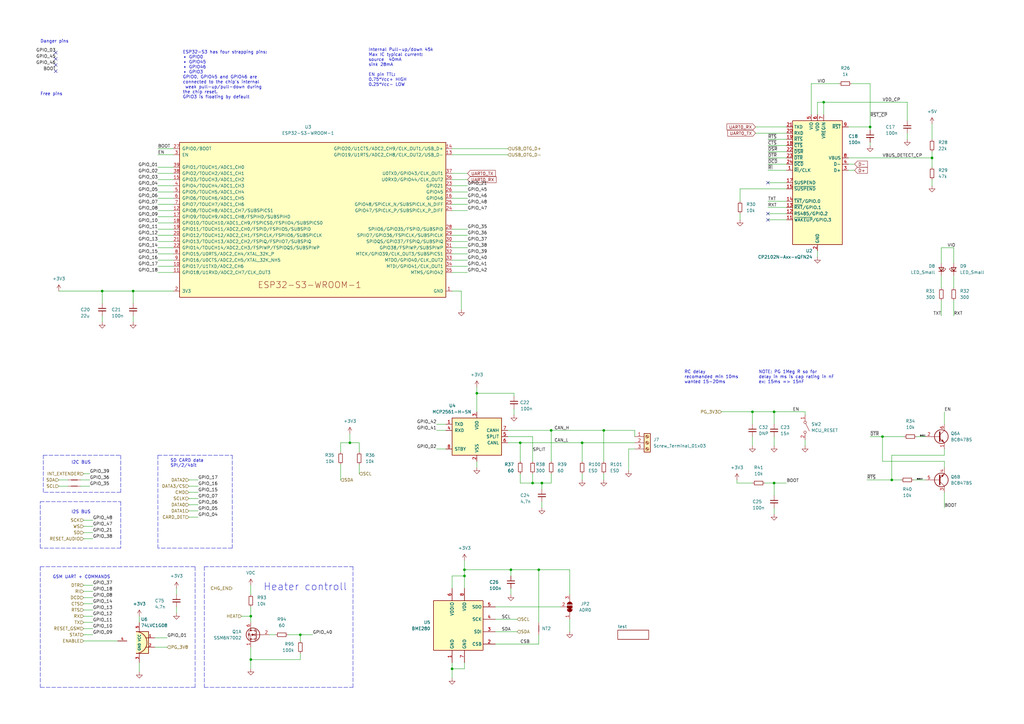
<source format=kicad_sch>
(kicad_sch (version 20211123) (generator eeschema)
  (paper "A3")
  (junction (at 317.5 168.91))
  (junction (at 218.44 198.12))
  (junction (at 54.61 119.38))
  (junction (at 365.76 196.85))
  (junction (at 102.87 270.51))
  (junction (at 356.87 52.07))
  (junction (at 190.5 236.22))
  (junction (at 308.61 168.91))
  (junction (at 361.95 179.07))
  (junction (at 143.51 181.61))
  (junction (at 195.58 161.29))
  (junction (at 317.5 198.12))
  (junction (at 238.76 181.61))
  (junction (at 220.98 233.68))
  (junction (at 213.36 181.61))
  (junction (at 190.5 233.68))
  (junction (at 209.55 233.68))
  (junction (at 185.42 274.32))
  (junction (at 226.06 176.53))
  (junction (at 382.27 64.77))
  (junction (at 123.19 260.35))
  (junction (at 247.65 176.53))
  (junction (at 337.82 41.91))
  (junction (at 222.25 198.12))
  (junction (at 102.87 252.73))
  (junction (at 41.91 119.38))
  (no_connect (at 22.86 29.21))
  (no_connect (at 22.86 26.67))
  (no_connect (at 22.86 24.13))
  (no_connect (at 314.96 90.17))
  (no_connect (at 314.96 87.63))
  (no_connect (at 314.96 74.93))
  (no_connect (at 22.86 21.59))
  (wire (pts (xy 226.06 176.53) (xy 247.65 176.53)))
  (wire (pts (xy 34.29 240.03) (xy 38.1 240.03)))
  (wire (pts (xy 220.98 255.27) (xy 220.98 233.68)))
  (wire (pts (xy 185.42 101.6) (xy 191.77 101.6)))
  (wire (pts (xy 185.42 71.12) (xy 191.77 71.12)))
  (wire (pts (xy 34.29 242.57) (xy 38.1 242.57)))
  (wire (pts (xy 308.61 173.99) (xy 308.61 168.91)))
  (wire (pts (xy 222.25 205.74) (xy 222.25 208.28)))
  (wire (pts (xy 335.28 102.87) (xy 335.28 105.41)))
  (wire (pts (xy 382.27 50.8) (xy 382.27 57.15)))
  (wire (pts (xy 218.44 179.07) (xy 208.28 179.07)))
  (polyline (pts (xy 144.78 281.94) (xy 144.78 232.41)))
  (wire (pts (xy 372.11 41.91) (xy 337.82 41.91)))
  (wire (pts (xy 386.08 107.95) (xy 386.08 101.6)))
  (wire (pts (xy 185.42 119.38) (xy 189.23 119.38)))
  (wire (pts (xy 247.65 176.53) (xy 260.35 176.53)))
  (wire (pts (xy 147.32 190.5) (xy 147.32 194.31)))
  (wire (pts (xy 213.36 181.61) (xy 213.36 189.23)))
  (wire (pts (xy 233.68 233.68) (xy 233.68 243.84)))
  (wire (pts (xy 387.35 186.69) (xy 365.76 186.69)))
  (wire (pts (xy 102.87 265.43) (xy 102.87 270.51)))
  (wire (pts (xy 123.19 260.35) (xy 118.11 260.35)))
  (wire (pts (xy 64.77 81.28) (xy 71.12 81.28)))
  (wire (pts (xy 64.77 106.68) (xy 71.12 106.68)))
  (wire (pts (xy 387.35 208.28) (xy 387.35 201.93)))
  (wire (pts (xy 356.87 58.42) (xy 356.87 59.69)))
  (wire (pts (xy 347.98 69.85) (xy 350.52 69.85)))
  (wire (pts (xy 365.76 186.69) (xy 365.76 196.85)))
  (wire (pts (xy 218.44 194.31) (xy 218.44 198.12)))
  (wire (pts (xy 361.95 179.07) (xy 370.84 179.07)))
  (wire (pts (xy 218.44 198.12) (xy 222.25 198.12)))
  (wire (pts (xy 77.47 207.01) (xy 81.28 207.01)))
  (polyline (pts (xy 16.51 232.41) (xy 16.51 281.94)))
  (wire (pts (xy 247.65 176.53) (xy 247.65 189.23)))
  (wire (pts (xy 220.98 233.68) (xy 233.68 233.68)))
  (wire (pts (xy 314.96 74.93) (xy 322.58 74.93)))
  (wire (pts (xy 64.77 93.98) (xy 71.12 93.98)))
  (wire (pts (xy 139.7 190.5) (xy 139.7 196.85)))
  (wire (pts (xy 64.77 99.06) (xy 71.12 99.06)))
  (wire (pts (xy 179.07 176.53) (xy 182.88 176.53)))
  (wire (pts (xy 233.68 254) (xy 233.68 259.08)))
  (wire (pts (xy 208.28 181.61) (xy 213.36 181.61)))
  (polyline (pts (xy 16.51 205.74) (xy 49.53 205.74)))
  (wire (pts (xy 77.47 199.39) (xy 81.28 199.39)))
  (wire (pts (xy 322.58 52.07) (xy 309.88 52.07)))
  (wire (pts (xy 113.03 260.35) (xy 110.49 260.35)))
  (wire (pts (xy 185.42 274.32) (xy 185.42 278.13)))
  (wire (pts (xy 64.77 91.44) (xy 71.12 91.44)))
  (wire (pts (xy 238.76 181.61) (xy 260.35 181.61)))
  (wire (pts (xy 303.53 77.47) (xy 322.58 77.47)))
  (polyline (pts (xy 17.78 201.93) (xy 17.78 186.69)))
  (wire (pts (xy 391.16 123.19) (xy 391.16 129.54)))
  (wire (pts (xy 332.74 46.99) (xy 332.74 34.29)))
  (wire (pts (xy 34.29 218.44) (xy 38.1 218.44)))
  (wire (pts (xy 41.91 129.54) (xy 41.91 132.08)))
  (wire (pts (xy 210.82 167.64) (xy 210.82 170.18)))
  (wire (pts (xy 210.82 162.56) (xy 210.82 161.29)))
  (wire (pts (xy 314.96 62.23) (xy 322.58 62.23)))
  (wire (pts (xy 128.27 260.35) (xy 123.19 260.35)))
  (wire (pts (xy 147.32 181.61) (xy 143.51 181.61)))
  (polyline (pts (xy 49.53 205.74) (xy 49.53 224.79)))
  (wire (pts (xy 63.5 265.43) (xy 68.58 265.43)))
  (polyline (pts (xy 83.82 232.41) (xy 83.82 281.94)))
  (polyline (pts (xy 49.53 201.93) (xy 17.78 201.93)))
  (wire (pts (xy 391.16 113.03) (xy 391.16 118.11)))
  (wire (pts (xy 220.98 264.16) (xy 220.98 260.35)))
  (wire (pts (xy 222.25 200.66) (xy 222.25 198.12)))
  (wire (pts (xy 226.06 176.53) (xy 226.06 189.23)))
  (wire (pts (xy 190.5 233.68) (xy 209.55 233.68)))
  (wire (pts (xy 185.42 93.98) (xy 191.77 93.98)))
  (polyline (pts (xy 80.01 232.41) (xy 80.01 281.94)))
  (wire (pts (xy 64.77 63.5) (xy 71.12 63.5)))
  (wire (pts (xy 213.36 198.12) (xy 218.44 198.12)))
  (wire (pts (xy 195.58 189.23) (xy 195.58 191.77)))
  (wire (pts (xy 27.94 196.85) (xy 24.13 196.85)))
  (wire (pts (xy 185.42 99.06) (xy 191.77 99.06)))
  (wire (pts (xy 64.77 73.66) (xy 71.12 73.66)))
  (wire (pts (xy 64.77 101.6) (xy 71.12 101.6)))
  (wire (pts (xy 34.29 252.73) (xy 38.1 252.73)))
  (wire (pts (xy 386.08 101.6) (xy 391.16 101.6)))
  (wire (pts (xy 386.08 123.19) (xy 386.08 129.54)))
  (wire (pts (xy 179.07 184.15) (xy 182.88 184.15)))
  (wire (pts (xy 317.5 173.99) (xy 317.5 168.91)))
  (wire (pts (xy 185.42 104.14) (xy 191.77 104.14)))
  (wire (pts (xy 317.5 203.2) (xy 317.5 198.12)))
  (wire (pts (xy 387.35 186.69) (xy 387.35 184.15)))
  (wire (pts (xy 143.51 177.8) (xy 143.51 181.61)))
  (wire (pts (xy 195.58 161.29) (xy 195.58 168.91)))
  (wire (pts (xy 185.42 81.28) (xy 191.77 81.28)))
  (wire (pts (xy 356.87 52.07) (xy 356.87 53.34)))
  (wire (pts (xy 64.77 96.52) (xy 71.12 96.52)))
  (wire (pts (xy 308.61 168.91) (xy 317.5 168.91)))
  (wire (pts (xy 355.6 196.85) (xy 365.76 196.85)))
  (wire (pts (xy 303.53 77.47) (xy 303.53 82.55)))
  (wire (pts (xy 185.42 76.2) (xy 191.77 76.2)))
  (wire (pts (xy 147.32 181.61) (xy 147.32 185.42)))
  (wire (pts (xy 185.42 274.32) (xy 190.5 274.32)))
  (wire (pts (xy 24.13 119.38) (xy 41.91 119.38)))
  (wire (pts (xy 34.29 247.65) (xy 38.1 247.65)))
  (wire (pts (xy 203.2 248.92) (xy 229.87 248.92)))
  (wire (pts (xy 185.42 236.22) (xy 185.42 241.3)))
  (wire (pts (xy 64.77 86.36) (xy 71.12 86.36)))
  (wire (pts (xy 185.42 73.66) (xy 191.77 73.66)))
  (wire (pts (xy 143.51 181.61) (xy 139.7 181.61)))
  (wire (pts (xy 203.2 264.16) (xy 220.98 264.16)))
  (wire (pts (xy 203.2 259.08) (xy 212.09 259.08)))
  (wire (pts (xy 314.96 90.17) (xy 322.58 90.17)))
  (wire (pts (xy 64.77 109.22) (xy 71.12 109.22)))
  (wire (pts (xy 179.07 173.99) (xy 182.88 173.99)))
  (wire (pts (xy 365.76 196.85) (xy 369.57 196.85)))
  (wire (pts (xy 226.06 198.12) (xy 226.06 194.31)))
  (wire (pts (xy 372.11 41.91) (xy 372.11 49.53)))
  (wire (pts (xy 375.92 179.07) (xy 379.73 179.07)))
  (wire (pts (xy 335.28 41.91) (xy 335.28 46.99)))
  (wire (pts (xy 64.77 104.14) (xy 71.12 104.14)))
  (wire (pts (xy 123.19 267.97) (xy 123.19 270.51)))
  (polyline (pts (xy 64.77 186.69) (xy 95.25 186.69)))
  (wire (pts (xy 208.28 176.53) (xy 226.06 176.53)))
  (wire (pts (xy 238.76 181.61) (xy 238.76 189.23)))
  (wire (pts (xy 185.42 111.76) (xy 191.77 111.76)))
  (wire (pts (xy 382.27 64.77) (xy 382.27 68.58)))
  (wire (pts (xy 374.65 196.85) (xy 379.73 196.85)))
  (wire (pts (xy 314.96 59.69) (xy 322.58 59.69)))
  (polyline (pts (xy 17.78 186.69) (xy 49.53 186.69)))
  (polyline (pts (xy 49.53 224.79) (xy 16.51 224.79)))
  (wire (pts (xy 41.91 119.38) (xy 54.61 119.38)))
  (polyline (pts (xy 16.51 224.79) (xy 16.51 205.74)))
  (wire (pts (xy 356.87 34.29) (xy 356.87 52.07)))
  (wire (pts (xy 330.2 168.91) (xy 330.2 170.18)))
  (wire (pts (xy 77.47 209.55) (xy 81.28 209.55)))
  (wire (pts (xy 77.47 204.47) (xy 81.28 204.47)))
  (wire (pts (xy 317.5 198.12) (xy 313.69 198.12)))
  (wire (pts (xy 77.47 201.93) (xy 81.28 201.93)))
  (wire (pts (xy 387.35 173.99) (xy 387.35 168.91)))
  (wire (pts (xy 77.47 212.09) (xy 81.28 212.09)))
  (wire (pts (xy 185.42 109.22) (xy 191.77 109.22)))
  (wire (pts (xy 34.29 213.36) (xy 38.1 213.36)))
  (wire (pts (xy 41.91 124.46) (xy 41.91 119.38)))
  (wire (pts (xy 34.29 215.9) (xy 38.1 215.9)))
  (wire (pts (xy 57.15 271.78) (xy 57.15 275.59)))
  (wire (pts (xy 314.96 69.85) (xy 322.58 69.85)))
  (wire (pts (xy 382.27 73.66) (xy 382.27 76.2)))
  (wire (pts (xy 64.77 78.74) (xy 71.12 78.74)))
  (wire (pts (xy 185.42 63.5) (xy 208.28 63.5)))
  (wire (pts (xy 190.5 236.22) (xy 190.5 241.3)))
  (wire (pts (xy 63.5 261.62) (xy 68.58 261.62)))
  (wire (pts (xy 314.96 87.63) (xy 322.58 87.63)))
  (wire (pts (xy 54.61 119.38) (xy 71.12 119.38)))
  (wire (pts (xy 356.87 52.07) (xy 347.98 52.07)))
  (wire (pts (xy 36.83 196.85) (xy 33.02 196.85)))
  (wire (pts (xy 347.98 64.77) (xy 382.27 64.77)))
  (wire (pts (xy 332.74 34.29) (xy 344.17 34.29)))
  (wire (pts (xy 257.81 184.15) (xy 257.81 193.04)))
  (wire (pts (xy 203.2 254) (xy 212.09 254)))
  (wire (pts (xy 218.44 189.23) (xy 218.44 179.07)))
  (wire (pts (xy 260.35 176.53) (xy 260.35 179.07)))
  (wire (pts (xy 303.53 87.63) (xy 303.53 90.17)))
  (wire (pts (xy 185.42 271.78) (xy 185.42 274.32)))
  (wire (pts (xy 185.42 106.68) (xy 191.77 106.68)))
  (wire (pts (xy 185.42 86.36) (xy 191.77 86.36)))
  (wire (pts (xy 185.42 60.96) (xy 208.28 60.96)))
  (wire (pts (xy 361.95 179.07) (xy 361.95 189.23)))
  (wire (pts (xy 302.26 196.85) (xy 302.26 198.12)))
  (wire (pts (xy 361.95 189.23) (xy 387.35 189.23)))
  (wire (pts (xy 238.76 194.31) (xy 238.76 196.85)))
  (wire (pts (xy 190.5 233.68) (xy 190.5 236.22)))
  (wire (pts (xy 77.47 196.85) (xy 81.28 196.85)))
  (wire (pts (xy 190.5 229.87) (xy 190.5 233.68)))
  (wire (pts (xy 34.29 255.27) (xy 38.1 255.27)))
  (wire (pts (xy 209.55 233.68) (xy 209.55 236.22)))
  (wire (pts (xy 257.81 184.15) (xy 260.35 184.15)))
  (wire (pts (xy 386.08 113.03) (xy 386.08 118.11)))
  (wire (pts (xy 54.61 124.46) (xy 54.61 119.38)))
  (wire (pts (xy 314.96 64.77) (xy 322.58 64.77)))
  (wire (pts (xy 322.58 54.61) (xy 309.88 54.61)))
  (wire (pts (xy 123.19 270.51) (xy 102.87 270.51)))
  (wire (pts (xy 102.87 252.73) (xy 102.87 255.27)))
  (wire (pts (xy 64.77 88.9) (xy 71.12 88.9)))
  (wire (pts (xy 372.11 54.61) (xy 372.11 57.15)))
  (polyline (pts (xy 83.82 232.41) (xy 144.78 232.41)))
  (polyline (pts (xy 95.25 224.79) (xy 64.77 224.79)))
  (wire (pts (xy 34.29 257.81) (xy 38.1 257.81)))
  (wire (pts (xy 222.25 198.12) (xy 226.06 198.12)))
  (wire (pts (xy 64.77 83.82) (xy 71.12 83.82)))
  (wire (pts (xy 72.39 243.84) (xy 72.39 241.3)))
  (wire (pts (xy 337.82 41.91) (xy 335.28 41.91)))
  (polyline (pts (xy 95.25 186.69) (xy 95.25 224.79)))
  (wire (pts (xy 322.58 198.12) (xy 317.5 198.12)))
  (wire (pts (xy 34.29 245.11) (xy 38.1 245.11)))
  (wire (pts (xy 54.61 129.54) (xy 54.61 132.08)))
  (wire (pts (xy 337.82 46.99) (xy 337.82 41.91)))
  (wire (pts (xy 347.98 67.31) (xy 350.52 67.31)))
  (wire (pts (xy 64.77 68.58) (xy 71.12 68.58)))
  (wire (pts (xy 27.94 199.39) (xy 24.13 199.39)))
  (wire (pts (xy 102.87 248.92) (xy 102.87 252.73)))
  (wire (pts (xy 247.65 194.31) (xy 247.65 196.85)))
  (wire (pts (xy 185.42 236.22) (xy 190.5 236.22)))
  (wire (pts (xy 64.77 76.2) (xy 71.12 76.2)))
  (wire (pts (xy 209.55 233.68) (xy 220.98 233.68)))
  (wire (pts (xy 295.91 168.91) (xy 308.61 168.91)))
  (wire (pts (xy 64.77 111.76) (xy 71.12 111.76)))
  (wire (pts (xy 322.58 82.55) (xy 314.96 82.55)))
  (wire (pts (xy 209.55 241.3) (xy 209.55 243.84)))
  (wire (pts (xy 185.42 83.82) (xy 191.77 83.82)))
  (wire (pts (xy 36.83 194.31) (xy 34.29 194.31)))
  (wire (pts (xy 317.5 168.91) (xy 330.2 168.91)))
  (wire (pts (xy 185.42 96.52) (xy 191.77 96.52)))
  (wire (pts (xy 190.5 271.78) (xy 190.5 274.32)))
  (wire (pts (xy 213.36 194.31) (xy 213.36 198.12)))
  (wire (pts (xy 322.58 85.09) (xy 314.96 85.09)))
  (wire (pts (xy 210.82 161.29) (xy 195.58 161.29)))
  (polyline (pts (xy 16.51 232.41) (xy 80.01 232.41)))
  (wire (pts (xy 34.29 260.35) (xy 38.1 260.35)))
  (wire (pts (xy 314.96 57.15) (xy 322.58 57.15)))
  (wire (pts (xy 308.61 179.07) (xy 308.61 182.88)))
  (wire (pts (xy 185.42 78.74) (xy 191.77 78.74)))
  (wire (pts (xy 102.87 240.03) (xy 102.87 243.84)))
  (wire (pts (xy 314.96 67.31) (xy 322.58 67.31)))
  (wire (pts (xy 34.29 220.98) (xy 38.1 220.98)))
  (wire (pts (xy 72.39 248.92) (xy 72.39 251.46)))
  (polyline (pts (xy 80.01 281.94) (xy 16.51 281.94)))
  (wire (pts (xy 391.16 101.6) (xy 391.16 107.95)))
  (wire (pts (xy 189.23 119.38) (xy 189.23 127)))
  (wire (pts (xy 64.77 71.12) (xy 71.12 71.12)))
  (wire (pts (xy 34.29 250.19) (xy 38.1 250.19)))
  (wire (pts (xy 57.15 252.73) (xy 57.15 255.27)))
  (polyline (pts (xy 64.77 186.69) (xy 64.77 224.79)))
  (wire (pts (xy 349.25 34.29) (xy 356.87 34.29)))
  (polyline (pts (xy 83.82 281.94) (xy 144.78 281.94)))
  (polyline (pts (xy 49.53 186.69) (xy 49.53 201.93)))
  (wire (pts (xy 356.87 179.07) (xy 361.95 179.07)))
  (wire (pts (xy 64.77 60.96) (xy 71.12 60.96)))
  (wire (pts (xy 99.06 252.73) (xy 102.87 252.73)))
  (wire (pts (xy 139.7 181.61) (xy 139.7 185.42)))
  (wire (pts (xy 330.2 180.34) (xy 330.2 182.88)))
  (wire (pts (xy 34.29 262.89) (xy 48.26 262.89)))
  (wire (pts (xy 317.5 208.28) (xy 317.5 210.82)))
  (wire (pts (xy 195.58 158.75) (xy 195.58 161.29)))
  (wire (pts (xy 302.26 198.12) (xy 308.61 198.12)))
  (wire (pts (xy 317.5 179.07) (xy 317.5 182.88)))
  (wire (pts (xy 382.27 62.23) (xy 382.27 64.77)))
  (wire (pts (xy 387.35 189.23) (xy 387.35 191.77)))
  (wire (pts (xy 213.36 181.61) (xy 238.76 181.61)))
  (wire (pts (xy 102.87 270.51) (xy 102.87 274.32)))
  (wire (pts (xy 123.19 260.35) (xy 123.19 262.89)))
  (wire (pts (xy 36.83 199.39) (xy 33.02 199.39)))
  (text "Free pins" (at 16.51 39.37 0) (effects (font (size 1.27 1.27)) (justify left bottom)))
  (text "GSM UART + COMMANDS" (at 21.59 237.49 0) (effects (font (size 1.27 1.27)) (justify left bottom)))
  (text "Heater controll" (at 107.95 242.57 0) (effects (font (size 3 3)) (justify left bottom)))
  (text "I2S BUS" (at 29.21 210.82 0) (effects (font (size 1.27 1.27)) (justify left bottom)))
  (text "SD CARD data\nSPI/2/4bit" (at 69.85 191.77 0) (effects (font (size 1.27 1.27)) (justify left bottom)))
  (text "NOTE: PG 1Meg R so for\ndelay in ms is cap rating in nF\nex: 15ms => 15nF" (at 311.15 157.48 0) (effects (font (size 1.27 1.27)) (justify left bottom)))
  (text "RC delay\nrecomanded min 10ms\nwanted 15-20ms" (at 280.67 157.48 0) (effects (font (size 1.27 1.27)) (justify left bottom)))
  (text "ESP32-S3 has four strapping pins:\n• GPIO0\n• GPIO45\n• GPIO46\n• GPIO3\nGPIO0, GPIO45 and GPIO46 are\nconnected to the chip's internal\n weak pull-up/pull-down during\nthe chip reset.\nGPIO3 is floating by default" (at 74.93 40.64 0) (effects (font (size 1.27 1.27)) (justify left bottom)))
  (text "I2C BUS" (at 29.21 190.5 0) (effects (font (size 1.27 1.27)) (justify left bottom)))
  (text "Internal Pull-up/down 45k\nMax IC typical current:\nsource  40mA\nsink 28mA\n\nEN pin TTL:\n0.75*Vcc+ HIGH\n0.25*Vcc- LOW" (at 151.13 35.56 0) (effects (font (size 1.27 1.27)) (justify left bottom)))
  (text "Danger pins" (at 16.51 17.78 0) (effects (font (size 1.27 1.27)) (justify left bottom)))
  (label "GPIO_09" (at 38.1 260.35 0))
  (label "GPIO_07" (at 64.77 83.82 180))
  (label "GPIO_13" (at 38.1 250.19 0))
  (label "GPIO_39" (at 36.83 194.31 0))
  (label "GPIO_36" (at 191.77 96.52 0))
  (label "GPIO_06" (at 64.77 81.28 180))
  (label "GPIO_14" (at 38.1 247.65 0))
  (label "CAN_H" (at 227.33 176.53 0))
  (label "~{CTS}" (at 314.96 59.69 0))
  (label "BOOT" (at 64.77 60.96 0))
  (label "GPIO_41" (at 179.07 176.53 180))
  (label "~{DSR}" (at 314.96 62.23 0))
  (label "GPIO_01" (at 64.77 68.58 180))
  (label "SCL" (at 205.74 254 0))
  (label "VDD_CP" (at 361.95 41.91 0))
  (label "GPIO_15" (at 81.28 201.93 0))
  (label "~{DCD}" (at 314.96 67.31 0))
  (label "GPIO_39" (at 191.77 104.14 0))
  (label "~{RTS}" (at 355.6 196.85 0))
  (label "GPIO_35" (at 36.83 199.39 0))
  (label "GPIO_37" (at 38.1 240.03 0))
  (label "GPIO_37" (at 191.77 99.06 0))
  (label "~{DTR}" (at 314.96 64.77 0))
  (label "GPIO_03" (at 64.77 73.66 180))
  (label "GPIO_16" (at 64.77 106.68 180))
  (label "BASE2" (at 375.92 196.85 0) (effects (font (size 0.5 0.5))))
  (label "GPIO_04" (at 64.77 76.2 180))
  (label "GPIO_47" (at 38.1 215.9 0))
  (label "RXT" (at 314.96 85.09 0))
  (label "~{RTS}" (at 314.96 57.15 0))
  (label "GPIO_38" (at 191.77 101.6 0))
  (label "GPIO_06" (at 81.28 207.01 0))
  (label "~{RI}" (at 314.96 69.85 0))
  (label "GPIO_38" (at 38.1 220.98 0))
  (label "GPIO_48" (at 38.1 213.36 0))
  (label "GPIO_21" (at 191.77 76.2 0))
  (label "GPIO_09" (at 64.77 88.9 180))
  (label "TXT" (at 386.08 129.54 180))
  (label "GPIO_04" (at 81.28 212.09 0))
  (label "GPIO_11" (at 64.77 93.98 180))
  (label "GPIO_05" (at 81.28 209.55 0))
  (label "GPIO_12" (at 38.1 252.73 0))
  (label "GPIO_46" (at 191.77 81.28 0))
  (label "GPIO_42" (at 191.77 111.76 0))
  (label "GPIO_45" (at 191.77 78.74 0))
  (label "GPIO_05" (at 64.77 78.74 180))
  (label "GPIO_41" (at 191.77 109.22 0))
  (label "GPIO_14" (at 64.77 101.6 180))
  (label "GPIO_10" (at 38.1 257.81 0))
  (label "EN" (at 325.12 168.91 0))
  (label "GPIO_12" (at 64.77 96.52 180))
  (label "GPIO_13" (at 64.77 99.06 180))
  (label "~{RST_CP}" (at 356.87 48.26 0))
  (label "GPIO_07" (at 81.28 204.47 0))
  (label "EN" (at 64.77 63.5 0))
  (label "GPIO_17" (at 81.28 196.85 0))
  (label "GPIO_35" (at 191.77 93.98 0))
  (label "GPIO_18" (at 64.77 111.76 180))
  (label "GPIO_08" (at 38.1 245.11 0))
  (label "GPIO_40" (at 128.27 260.35 0))
  (label "EN" (at 387.35 168.91 0))
  (label "GPIO_08" (at 64.77 86.36 180))
  (label "BOOT" (at 22.86 29.21 180))
  (label "GPIO_40" (at 191.77 106.68 0))
  (label "GPIO_42" (at 179.07 173.99 180))
  (label "TXT" (at 314.96 82.55 0))
  (label "CAN_L" (at 227.33 181.61 0))
  (label "GPIO_15" (at 64.77 104.14 180))
  (label "GPIO_02" (at 64.77 71.12 180))
  (label "GPIO_02" (at 179.07 184.15 180))
  (label "VIO" (at 388.62 101.6 0))
  (label "GPIO_48" (at 191.77 83.82 0))
  (label "GPIO_46" (at 22.86 26.67 180))
  (label "GPIO_17" (at 64.77 109.22 180))
  (label "GPIO_03" (at 22.86 21.59 180))
  (label "CSB" (at 213.36 264.16 0))
  (label "RXT" (at 391.16 129.54 0))
  (label "SDA" (at 205.74 259.08 0))
  (label "BOOT" (at 387.35 208.28 0))
  (label "GPIO_11" (at 38.1 255.27 0))
  (label "GPIO_16" (at 81.28 199.39 0))
  (label "GPIO_21" (at 38.1 218.44 0))
  (label "VBUS_DETECT_CP" (at 361.95 64.77 0))
  (label "GPIO_36" (at 36.83 196.85 0))
  (label "BASE1" (at 377.19 179.07 0) (effects (font (size 0.5 0.5))))
  (label "GPIO_45" (at 22.86 24.13 180))
  (label "~{DTR}" (at 356.87 179.07 0))
  (label "SPLIT" (at 218.44 185.42 0))
  (label "GPIO_47" (at 191.77 86.36 0))
  (label "GPIO_01" (at 68.58 261.62 0))
  (label "GPIO_18" (at 38.1 242.57 0))
  (label "BOOT" (at 322.58 198.12 0))
  (label "VIO" (at 335.28 34.29 0))
  (label "GPIO_10" (at 64.77 91.44 180))
  (global_label "UART0_TX" (shape input) (at 309.88 54.61 180) (property "Intersheet References" "${INTERSHEET_REFS}" (effects hide)))
  (global_label "D+" (shape input) (at 350.52 69.85 0) (property "Intersheet References" "${INTERSHEET_REFS}" (effects hide)))
  (global_label "UART0_RX" (shape input) (at 191.77 73.66 0) (property "Intersheet References" "${INTERSHEET_REFS}" (effects hide)))
  (global_label "UART0_RX" (shape input) (at 309.88 52.07 180) (property "Intersheet References" "${INTERSHEET_REFS}" (effects hide)))
  (global_label "UART0_TX" (shape input) (at 191.77 71.12 0) (property "Intersheet References" "${INTERSHEET_REFS}" (effects hide)))
  (global_label "D-" (shape input) (at 350.52 67.31 0) (property "Intersheet References" "${INTERSHEET_REFS}" (effects hide)))
  (hierarchical_label "DTR" (shape input) (at 34.29 240.03 180))
  (hierarchical_label "DATA3{slash}CS" (shape input) (at 77.47 199.39 180))
  (hierarchical_label "SCK" (shape input) (at 34.29 213.36 180))
  (hierarchical_label "DATA2" (shape input) (at 77.47 196.85 180))
  (hierarchical_label "STAT" (shape input) (at 34.29 260.35 180))
  (hierarchical_label "INT_EXTENDER" (shape input) (at 34.29 194.31 180))
  (hierarchical_label "CTS" (shape input) (at 34.29 247.65 180))
  (hierarchical_label "PG_3V3" (shape input) (at 295.91 168.91 180))
  (hierarchical_label "SD" (shape input) (at 34.29 218.44 180))
  (hierarchical_label "RX" (shape input) (at 34.29 252.73 180))
  (hierarchical_label "SCL" (shape input) (at 147.32 194.31 0))
  (hierarchical_label "DATA0" (shape input) (at 77.47 207.01 180))
  (hierarchical_label "USB_OTG_D+" (shape input) (at 208.28 60.96 0))
  (hierarchical_label "RTS" (shape input) (at 34.29 250.19 180))
  (hierarchical_label "SDA" (shape input) (at 24.13 196.85 180))
  (hierarchical_label "CHG_EN" (shape input) (at 95.25 241.3 180))
  (hierarchical_label "SDA" (shape input) (at 212.09 259.08 0))
  (hierarchical_label "DCD" (shape input) (at 34.29 245.11 180))
  (hierarchical_label "PG_3V8" (shape input) (at 68.58 265.43 0))
  (hierarchical_label "SCL" (shape input) (at 212.09 254 0))
  (hierarchical_label "RI" (shape input) (at 34.29 242.57 180))
  (hierarchical_label "CMD" (shape input) (at 77.47 201.93 180))
  (hierarchical_label "HEAT" (shape input) (at 99.06 252.73 180))
  (hierarchical_label "RESET_AUDIO" (shape input) (at 34.29 220.98 180))
  (hierarchical_label "RESET_GSM" (shape input) (at 34.29 257.81 180))
  (hierarchical_label "DATA1" (shape input) (at 77.47 209.55 180))
  (hierarchical_label "ENABLE" (shape input) (at 34.29 262.89 180))
  (hierarchical_label "SCLK" (shape input) (at 77.47 204.47 180))
  (hierarchical_label "SDA" (shape input) (at 139.7 196.85 0))
  (hierarchical_label "TX" (shape input) (at 34.29 255.27 180))
  (hierarchical_label "CARD_DET" (shape input) (at 77.47 212.09 180))
  (hierarchical_label "USB_OTG_D-" (shape input) (at 208.28 63.5 0))
  (hierarchical_label "WS" (shape input) (at 34.29 215.9 180))
  (hierarchical_label "SCL" (shape input) (at 24.13 199.39 180))
  (symbol (lib_id "Device:R_Small") (at 218.44 191.77 0) (unit 1)
    (property "Reference" "R38" (at 219.71 190.5 0) (effects (justify left)))
    (property "Value" "300" (at 219.71 193.04 0) (effects (justify left)))
    (property "Footprint" "Resistor_SMD:R_0603_1608Metric_Pad0.98x0.95mm_HandSolder" (effects hide))
  )
  (symbol (lib_id "Interface_USB:CP2102N-Axx-xQFN24") (at 335.28 74.93 0) (mirror y) (unit 1)
    (property "Reference" "U2" (at 333.2606 102.87 0) (effects (justify left)))
    (property "Value" "CP2102N-Axx-xQFN24" (at 333.2606 105.41 0) (effects (justify left)))
    (property "Footprint" "Package_DFN_QFN:QFN-24-1EP_4x4mm_P0.5mm_EP2.6x2.6mm" (effects hide))
    (property "Datasheet" "https://www.silabs.com/documents/public/data-sheets/cp2102n-datasheet.pdf" (effects hide))
  )
  (symbol (lib_id "Device:C_Small") (at 308.61 176.53 0) (unit 1)
    (property "Reference" "C32" (at 311.15 175.2662 0) (effects (justify left)))
    (property "Value" "DNP" (at 311.15 177.8062 0) (effects (justify left)))
    (property "Footprint" "Capacitor_SMD:C_0603_1608Metric_Pad1.08x0.95mm_HandSolder" (effects hide))
  )
  (symbol (lib_id "Device:LED_Small") (at 391.16 110.49 90) (unit 1)
    (property "Reference" "D9" (at 393.7 109.1564 90) (effects (justify right)))
    (property "Value" "LED_Small" (at 393.7 111.6964 90) (effects (justify right)))
    (property "Footprint" "LED_SMD:LED_0603_1608Metric_Pad1.05x0.95mm_HandSolder" (effects hide))
  )
  (symbol (lib_id "Device:C_Small") (at 54.61 127 0) (unit 1)
    (property "Reference" "C21" (at 45.72 127 0) (effects (justify left)))
    (property "Value" "100n" (at 45.72 129.54 0) (effects (justify left)))
    (property "Footprint" "Capacitor_SMD:C_0603_1608Metric_Pad1.08x0.95mm_HandSolder" (effects hide))
  )
  (symbol (lib_id "Device:R_Small") (at 226.06 191.77 0) (unit 1)
    (property "Reference" "R39" (at 228.6 190.5 0) (effects (justify left)))
    (property "Value" "60" (at 228.6 193.04 0) (effects (justify left)))
    (property "Footprint" "Resistor_SMD:R_0603_1608Metric_Pad0.98x0.95mm_HandSolder" (effects hide))
  )
  (symbol (lib_id "Device:R_Small") (at 311.15 198.12 270) (unit 1)
    (property "Reference" "R41" (at 311.15 191.77 90))
    (property "Value" "10k" (at 311.15 194.31 90))
    (property "Footprint" "Resistor_SMD:R_0603_1608Metric_Pad0.98x0.95mm_HandSolder" (effects hide))
  )
  (symbol (lib_id "Device:C_Small") (at 210.82 165.1 0) (mirror y) (unit 1)
    (property "Reference" "C22" (at 217.17 165.1 0) (effects (justify left)))
    (property "Value" "100n" (at 218.44 167.64 0) (effects (justify left)))
    (property "Footprint" "Capacitor_SMD:C_0603_1608Metric_Pad1.08x0.95mm_HandSolder" (effects hide))
  )
  (symbol (lib_id "power:GND") (at 57.15 275.59 0) (unit 1)
    (property "Reference" "#PWR083" (effects hide))
    (property "Value" "GND" (effects hide))
  )
  (symbol (lib_id "Device:Q_Dual_NPN_NPN_E1B1C2E2B2C1") (at 384.81 196.85 0) (mirror x) (unit 2)
    (property "Reference" "Q6" (at 389.89 195.5799 0) (effects (justify left)))
    (property "Value" "BC847BS" (at 389.89 198.1199 0) (effects (justify left)))
    (property "Footprint" "Package_TO_SOT_SMD:SOT-363_SC-70-6_Handsoldering" (effects hide))
  )
  (symbol (lib_id "Device:Q_Dual_NPN_NPN_E1B1C2E2B2C1") (at 384.81 179.07 0) (unit 1)
    (property "Reference" "Q6" (at 389.89 177.7999 0) (effects (justify left)))
    (property "Value" "BC847BS" (at 389.89 180.3399 0) (effects (justify left)))
    (property "Footprint" "Package_TO_SOT_SMD:SOT-363_SC-70-6_Handsoldering" (effects hide))
  )
  (symbol (lib_id "Device:R_Small") (at 147.32 187.96 0) (unit 1)
    (property "Reference" "R36" (at 149.86 186.6899 0) (effects (justify left)))
    (property "Value" "10k" (at 149.86 189.2299 0) (effects (justify left)))
    (property "Footprint" "Resistor_SMD:R_0603_1608Metric_Pad0.98x0.95mm_HandSolder" (effects hide))
  )
  (symbol (lib_id "Device:NetTie_2") (at 220.98 257.81 90) (unit 1) (in_bom no)
    (property "Reference" "NT2" (at 222.25 257.8099 90) (effects (justify right)))
    (property "Value" "NetTie_2" (effects hide))
    (property "Footprint" "NetTie:NetTie-2_SMD_Pad0.5mm" (effects hide))
  )
  (symbol (lib_id "power:GND") (at 308.61 182.88 0) (unit 1)
    (property "Reference" "#PWR0212" (effects hide))
    (property "Value" "GND" (effects hide))
  )
  (symbol (lib_id "power:GND") (at 317.5 210.82 0) (unit 1)
    (property "Reference" "#PWR078" (effects hide))
    (property "Value" "GND" (effects hide))
  )
  (symbol (lib_id "Sensor:BME280") (at 187.96 256.54 0) (unit 1)
    (property "Reference" "U5" (at 176.53 255.2699 0) (effects (justify right)))
    (property "Value" "BME280" (at 176.53 257.8099 0) (effects (justify right)))
    (property "Footprint" "Package_LGA:Bosch_LGA-8_2.5x2.5mm_P0.65mm_ClockwisePinNumbering" (effects hide))
    (property "Datasheet" "https://ae-bst.resource.bosch.com/media/_tech/media/datasheets/BST-BME280-DS002.pdf" (effects hide))
  )
  (symbol (lib_id "power:GND") (at 222.25 208.28 0) (unit 1)
    (property "Reference" "#PWR077" (effects hide))
    (property "Value" "GND" (effects hide))
  )
  (symbol (lib_id "Device:C_Small") (at 72.39 246.38 0) (unit 1)
    (property "Reference" "C75" (at 63.5 246.38 0) (effects (justify left)))
    (property "Value" "4.7n" (at 63.5 248.92 0) (effects (justify left)))
    (property "Footprint" "Capacitor_SMD:C_0603_1608Metric_Pad1.08x0.95mm_HandSolder" (effects hide))
  )
  (symbol (lib_id "power:GND") (at 335.28 105.41 0) (mirror y) (unit 1)
    (property "Reference" "#PWR063" (effects hide))
    (property "Value" "GND" (effects hide))
  )
  (symbol (lib_id "power:GND") (at 257.81 193.04 0) (unit 1)
    (property "Reference" "#PWR075" (effects hide))
    (property "Value" "GND" (effects hide))
  )
  (symbol (lib_id "power:GND") (at 238.76 196.85 0) (unit 1)
    (property "Reference" "#PWR0213" (effects hide))
    (property "Value" "GND" (effects hide))
  )
  (symbol (lib_id "Device:R_Small") (at 382.27 59.69 0) (unit 1)
    (property "Reference" "R28" (at 384.81 58.4199 0) (effects (justify left)))
    (property "Value" "22k" (at 384.81 60.9599 0) (effects (justify left)))
    (property "Footprint" "Resistor_SMD:R_0603_1608Metric_Pad0.98x0.95mm_HandSolder" (effects hide))
  )
  (symbol (lib_id "Connector:Screw_Terminal_01x03") (at 265.43 181.61 0) (unit 1)
    (property "Reference" "J7" (at 267.97 180.3399 0) (effects (justify left)))
    (property "Value" "Screw_Terminal_01x03" (at 267.97 182.8799 0) (effects (justify left)))
    (property "Footprint" "TerminalBlock:TerminalBlock_Altech_AK300-3_P5.00mm" (effects hide))
  )
  (symbol (lib_id "power:GND") (at 356.87 59.69 0) (unit 1)
    (property "Reference" "#PWR060" (effects hide))
    (property "Value" "GND" (effects hide))
  )
  (symbol (lib_id "Device:C_Small") (at 209.55 238.76 0) (unit 1)
    (property "Reference" "C26" (at 200.66 238.76 0) (effects (justify left)))
    (property "Value" "100n" (at 200.66 241.3 0) (effects (justify left)))
    (property "Footprint" "Capacitor_SMD:C_0603_1608Metric_Pad1.08x0.95mm_HandSolder" (effects hide))
  )
  (symbol (lib_id "Jumper:SolderJumper_3_Bridged12") (at 233.68 248.92 270) (mirror x) (unit 1) (in_bom no)
    (property "Reference" "JP2" (at 240.03 247.65 90))
    (property "Value" "ADR0" (at 240.03 250.19 90))
    (property "Footprint" "Jumper:SolderJumper-3_P1.3mm_Bridged12_RoundedPad1.0x1.5mm_NumberLabels" (effects hide))
  )
  (symbol (lib_id "Device:C_Small") (at 317.5 205.74 0) (unit 1)
    (property "Reference" "C25" (at 308.61 205.74 0) (effects (justify left)))
    (property "Value" "100n" (at 308.61 208.28 0) (effects (justify left)))
    (property "Footprint" "Capacitor_SMD:C_0603_1608Metric_Pad1.08x0.95mm_HandSolder" (effects hide))
  )
  (symbol (lib_id "power:+3V3") (at 24.13 119.38 0) (unit 1)
    (property "Reference" "#PWR064" (effects hide))
    (property "Value" "+3V3" (at 24.13 114.3 0))
  )
  (symbol (lib_id "power:+5V") (at 382.27 50.8 0) (unit 1)
    (property "Reference" "#PWR058" (effects hide))
    (property "Value" "+5V" (at 382.27 45.72 0))
  )
  (symbol (lib_id "power:GND") (at 209.55 243.84 0) (unit 1)
    (property "Reference" "#PWR080" (effects hide))
    (property "Value" "GND" (effects hide))
  )
  (symbol (lib_id "Device:R_Small") (at 372.11 196.85 90) (unit 1)
    (property "Reference" "R40" (at 372.11 200.66 90))
    (property "Value" "10k" (at 372.11 203.2 90))
    (property "Footprint" "Resistor_SMD:R_0603_1608Metric_Pad0.98x0.95mm_HandSolder" (effects hide))
  )
  (symbol (lib_id "power:GND") (at 382.27 76.2 0) (unit 1)
    (property "Reference" "#PWR061" (effects hide))
    (property "Value" "GND" (effects hide))
  )
  (symbol (lib_id "Device:C_Small") (at 222.25 203.2 0) (unit 1)
    (property "Reference" "C24" (at 213.36 203.2 0) (effects (justify left)))
    (property "Value" "4.7n" (at 213.36 205.74 0) (effects (justify left)))
    (property "Footprint" "Capacitor_SMD:C_0603_1608Metric_Pad1.08x0.95mm_HandSolder" (effects hide))
  )
  (symbol (lib_id "Espressif:ESP32-S3-WROOM-1") (at 127 91.44 0) (unit 1)
    (property "Reference" "U3" (at 126.365 52.07 0))
    (property "Value" "ESP32-S3-WROOM-1" (at 126.365 54.61 0))
    (property "Footprint" "Espressif:ESP32-S3-WROOM-1" (effects hide))
    (property "Datasheet" "https://www.espressif.com/sites/default/files/documentation/esp32-s3-wroom-1_wroom-1u_datasheet_en.pdf" (effects hide))
  )
  (symbol (lib_id "Interface_CAN_LIN:MCP2561-H-SN") (at 195.58 179.07 0) (unit 1)
    (property "Reference" "U4" (at 184.15 166.37 0) (effects (justify left)))
    (property "Value" "MCP2561-H-SN" (at 177.2794 168.91 0) (effects (justify left)))
    (property "Footprint" "Package_SO:SOIC-8_3.9x4.9mm_P1.27mm" (effects hide))
    (property "Datasheet" "http://ww1.microchip.com/downloads/en/DeviceDoc/25167A.pdf" (effects hide))
  )
  (symbol (lib_id "Device:NetTie_2") (at 30.48 199.39 0) (unit 1)
    (property "Reference" "NT4" (effects hide))
    (property "Value" "NetTie_2" (effects hide))
    (property "Footprint" "NetTie:NetTie-2_SMD_Pad0.5mm" (effects hide))
  )
  (symbol (lib_id "Device:R_Small") (at 373.38 179.07 270) (unit 1)
    (property "Reference" "R34" (at 373.38 172.72 90))
    (property "Value" "10k" (at 373.38 175.26 90))
    (property "Footprint" "Resistor_SMD:R_0603_1608Metric_Pad0.98x0.95mm_HandSolder" (effects hide))
  )
  (symbol (lib_id "Device:R_Small") (at 139.7 187.96 0) (mirror x) (unit 1)
    (property "Reference" "R35" (at 137.16 186.6899 0) (effects (justify right)))
    (property "Value" "10k" (at 137.16 189.2299 0) (effects (justify right)))
    (property "Footprint" "Resistor_SMD:R_0603_1608Metric_Pad0.98x0.95mm_HandSolder" (effects hide))
  )
  (symbol (lib_id "power:GND") (at 330.2 182.88 0) (unit 1)
    (property "Reference" "#PWR073" (effects hide))
    (property "Value" "GND" (effects hide))
  )
  (symbol (lib_id "My_custom_lib:74LVC1G08") (at 55.88 262.89 0) (mirror y) (unit 1)
    (property "Reference" "U6" (at 57.8103 254 0) (effects (justify right)))
    (property "Value" "74LVC1G08" (at 57.8103 256.54 0) (effects (justify right)))
    (property "Footprint" "Package_SO:TSOP-5_1.65x3.05mm_P0.95mm" (effects hide))
  )
  (symbol (lib_id "power:+3V3") (at 190.5 229.87 0) (unit 1)
    (property "Reference" "#PWR079" (effects hide))
    (property "Value" "+3V3" (at 190.5 224.79 0))
  )
  (symbol (lib_id "power:+3V3") (at 302.26 196.85 0) (unit 1)
    (property "Reference" "#PWR076" (effects hide))
    (property "Value" "+3V3" (at 302.26 191.77 0))
  )
  (symbol (lib_id "power:GND") (at 372.11 57.15 0) (unit 1)
    (property "Reference" "#PWR059" (effects hide))
    (property "Value" "GND" (effects hide))
  )
  (symbol (lib_id "power:GND") (at 247.65 196.85 0) (unit 1)
    (property "Reference" "#PWR0214" (effects hide))
    (property "Value" "GND" (effects hide))
  )
  (symbol (lib_id "power:GND") (at 54.61 132.08 0) (unit 1)
    (property "Reference" "#PWR068" (effects hide))
    (property "Value" "GND" (effects hide))
  )
  (symbol (lib_id "power:GND") (at 303.53 90.17 0) (unit 1)
    (property "Reference" "#PWR062" (effects hide))
    (property "Value" "GND" (effects hide))
  )
  (symbol (lib_id "Device:R_Small") (at 346.71 34.29 270) (unit 1)
    (property "Reference" "R26" (at 346.71 27.94 90))
    (property "Value" "1k" (at 346.71 30.48 90))
    (property "Footprint" "Resistor_SMD:R_0603_1608Metric_Pad0.98x0.95mm_HandSolder" (effects hide))
  )
  (symbol (lib_id "Device:R_Small") (at 123.19 265.43 0) (mirror x) (unit 1)
    (property "Reference" "R95" (at 120.65 264.1599 0) (effects (justify right)))
    (property "Value" "100k" (at 120.65 266.6999 0) (effects (justify right)))
    (property "Footprint" "Resistor_SMD:R_0603_1608Metric_Pad0.98x0.95mm_HandSolder" (effects hide))
  )
  (symbol (lib_id "Device:C_Small") (at 356.87 55.88 0) (unit 1)
    (property "Reference" "C18" (at 347.98 55.88 0) (effects (justify left)))
    (property "Value" "100n" (at 347.98 58.42 0) (effects (justify left)))
    (property "Footprint" "Capacitor_SMD:C_0603_1608Metric_Pad1.08x0.95mm_HandSolder" (effects hide))
  )
  (symbol (lib_id "power:GND") (at 210.82 170.18 0) (unit 1)
    (property "Reference" "#PWR070" (effects hide))
    (property "Value" "GND" (effects hide))
  )
  (symbol (lib_id "power:+3V3") (at 143.51 177.8 0) (unit 1)
    (property "Reference" "#PWR071" (effects hide))
    (property "Value" "+3V3" (at 143.51 172.72 0))
  )
  (symbol (lib_id "Device:C_Small") (at 41.91 127 0) (unit 1)
    (property "Reference" "C20" (at 33.02 127 0) (effects (justify left)))
    (property "Value" "22u" (at 33.02 129.54 0) (effects (justify left)))
    (property "Footprint" "Capacitor_SMD:C_0805_2012Metric_Pad1.18x1.45mm_HandSolder" (effects hide))
  )
  (symbol (lib_id "Device:R_Small") (at 303.53 85.09 0) (unit 1)
    (property "Reference" "R30" (at 306.07 83.8199 0) (effects (justify left)))
    (property "Value" "10k" (at 306.07 86.3599 0) (effects (justify left)))
    (property "Footprint" "Resistor_SMD:R_0603_1608Metric_Pad0.98x0.95mm_HandSolder" (effects hide))
  )
  (symbol (lib_id "Switch:SW_SPST") (at 330.2 175.26 270) (unit 1)
    (property "Reference" "SW2" (at 332.74 173.9899 90) (effects (justify left)))
    (property "Value" "MCU_RESET" (at 332.74 176.5299 90) (effects (justify left)))
    (property "Footprint" "SamacSys_Parts:PTS526SK15SMTR2LFS" (effects hide))
  )
  (symbol (lib_id "power:+3V3") (at 72.39 241.3 0) (unit 1)
    (property "Reference" "#PWR032" (effects hide))
    (property "Value" "+3V3" (at 72.39 236.22 0))
  )
  (symbol (lib_id "Device:Q_Dual_NMOS_S1G1D2S2G2D1") (at 105.41 260.35 0) (mirror y) (unit 1)
    (property "Reference" "Q1" (at 99.06 259.0799 0) (effects (justify left)))
    (property "Value" "SSM6N7002" (at 99.06 261.6199 0) (effects (justify left)))
    (property "Footprint" "Package_TO_SOT_SMD:SOT-363_SC-70-6_Handsoldering" (effects hide))
  )
  (symbol (lib_id "Device:R_Small") (at 386.08 120.65 0) (mirror x) (unit 1)
    (property "Reference" "R31" (at 383.54 119.3799 0) (effects (justify right)))
    (property "Value" "300" (at 383.54 121.9199 0) (effects (justify right)))
    (property "Footprint" "Resistor_SMD:R_0603_1608Metric_Pad0.98x0.95mm_HandSolder" (effects hide))
  )
  (symbol (lib_id "power:+3V3") (at 57.15 252.73 0) (unit 1)
    (property "Reference" "#PWR082" (effects hide))
    (property "Value" "+3V3" (at 57.15 247.65 0))
  )
  (symbol (lib_id "Device:C_Small") (at 317.5 176.53 0) (unit 1)
    (property "Reference" "C23" (at 320.04 175.2662 0) (effects (justify left)))
    (property "Value" "15n" (at 320.04 177.8062 0) (effects (justify left)))
    (property "Footprint" "Capacitor_SMD:C_0603_1608Metric_Pad1.08x0.95mm_HandSolder" (effects hide))
  )
  (symbol (lib_id "Device:NetTie_2") (at 30.48 196.85 0) (unit 1)
    (property "Reference" "NT3" (effects hide))
    (property "Value" "NetTie_2" (effects hide))
    (property "Footprint" "NetTie:NetTie-2_SMD_Pad0.5mm" (effects hide))
  )
  (symbol (lib_id "power:GND") (at 233.68 259.08 0) (unit 1)
    (property "Reference" "#PWR081" (effects hide))
    (property "Value" "GND" (effects hide))
  )
  (symbol (lib_id "Device:R_Small") (at 247.65 191.77 0) (unit 1)
    (property "Reference" "R101" (at 250.19 190.4999 0) (effects (justify left)))
    (property "Value" "ESD" (at 250.19 193.0399 0) (effects (justify left)))
    (property "Footprint" "Resistor_SMD:R_0603_1608Metric_Pad0.98x0.95mm_HandSolder" (effects hide))
  )
  (symbol (lib_id "Device:R_Small") (at 238.76 191.77 0) (unit 1)
    (property "Reference" "R100" (at 241.3 190.4999 0) (effects (justify left)))
    (property "Value" "ESD" (at 241.3 193.0399 0) (effects (justify left)))
    (property "Footprint" "Resistor_SMD:R_0603_1608Metric_Pad0.98x0.95mm_HandSolder" (effects hide))
  )
  (symbol (lib_id "Device:R_Small") (at 382.27 71.12 0) (unit 1)
    (property "Reference" "R29" (at 384.81 69.8499 0) (effects (justify left)))
    (property "Value" "47k" (at 384.81 72.3899 0) (effects (justify left)))
    (property "Footprint" "Resistor_SMD:R_0603_1608Metric_Pad0.98x0.95mm_HandSolder" (effects hide))
  )
  (symbol (lib_id "power:GND") (at 72.39 251.46 0) (unit 1)
    (property "Reference" "#PWR033" (effects hide))
    (property "Value" "GND" (effects hide))
  )
  (symbol (lib_id "power:GND") (at 317.5 182.88 0) (unit 1)
    (property "Reference" "#PWR072" (effects hide))
    (property "Value" "GND" (effects hide))
  )
  (symbol (lib_id "power:+3V3") (at 195.58 158.75 0) (unit 1)
    (property "Reference" "#PWR069" (effects hide))
    (property "Value" "+3V3" (at 195.58 153.67 0))
  )
  (symbol (lib_id "Device:R_Small") (at 213.36 191.77 0) (mirror x) (unit 1)
    (property "Reference" "R37" (at 210.82 190.4999 0) (effects (justify right)))
    (property "Value" "60" (at 210.82 193.0399 0) (effects (justify right)))
    (property "Footprint" "Resistor_SMD:R_0603_1608Metric_Pad0.98x0.95mm_HandSolder" (effects hide))
  )
  (symbol (lib_id "Device:R_Small") (at 115.57 260.35 90) (mirror x) (unit 1)
    (property "Reference" "R94" (at 115.57 254 90))
    (property "Value" "60" (at 115.57 256.54 90))
    (property "Footprint" "Resistor_SMD:R_0603_1608Metric_Pad0.98x0.95mm_HandSolder" (effects hide))
  )
  (symbol (lib_id "power:GND") (at 189.23 127 0) (unit 1)
    (property "Reference" "#PWR065" (effects hide))
    (property "Value" "GND" (effects hide))
  )
  (symbol (lib_id "Device:LED_Small") (at 386.08 110.49 270) (mirror x) (unit 1)
    (property "Reference" "D8" (at 383.54 109.1564 90) (effects (justify right)))
    (property "Value" "LED_Small" (at 383.54 111.6964 90) (effects (justify right)))
    (property "Footprint" "LED_SMD:LED_0603_1608Metric_Pad1.05x0.95mm_HandSolder" (effects hide))
  )
  (symbol (lib_id "power:VDC") (at 102.87 240.03 0) (unit 1)
    (property "Reference" "#PWR0192" (effects hide))
    (property "Value" "VDC" (at 102.87 234.95 0))
  )
  (symbol (lib_id "Device:C_Small") (at 372.11 52.07 0) (unit 1)
    (property "Reference" "C17" (at 363.22 52.07 0) (effects (justify left)))
    (property "Value" "100n" (at 363.22 54.61 0) (effects (justify left)))
    (property "Footprint" "Capacitor_SMD:C_0603_1608Metric_Pad1.08x0.95mm_HandSolder" (effects hide))
  )
  (symbol (lib_id "power:GND") (at 102.87 274.32 0) (unit 1)
    (property "Reference" "#PWR0193" (effects hide))
    (property "Value" "GND" (effects hide))
  )
  (symbol (lib_id "power:GND") (at 185.42 278.13 0) (unit 1)
    (property "Reference" "#PWR084" (effects hide))
    (property "Value" "GND" (effects hide))
  )
  (symbol (lib_id "power:GND") (at 41.91 132.08 0) (unit 1)
    (property "Reference" "#PWR067" (effects hide))
    (property "Value" "GND" (effects hide))
  )
  (symbol (lib_id "Device:R_Small") (at 391.16 120.65 180) (unit 1)
    (property "Reference" "R32" (at 393.7 119.3799 0) (effects (justify right)))
    (property "Value" "300" (at 393.7 121.9199 0) (effects (justify right)))
    (property "Footprint" "Resistor_SMD:R_0603_1608Metric_Pad0.98x0.95mm_HandSolder" (effects hide))
  )
  (symbol (lib_id "power:GND") (at 195.58 191.77 0) (unit 1)
    (property "Reference" "#PWR074" (effects hide))
    (property "Value" "GND" (effects hide))
  )
  (symbol (lib_id "Device:R_Small") (at 102.87 246.38 0) (unit 1)
    (property "Reference" "R93" (at 105.41 245.1099 0) (effects (justify left)))
    (property "Value" "10k" (at 105.41 247.6499 0) (effects (justify left)))
    (property "Footprint" "Resistor_SMD:R_0603_1608Metric_Pad0.98x0.95mm_HandSolder" (effects hide))
  )
  (sheet (at 253.365 258.445) (size 12.7 3.81) (stroke (width 0.1524))
    (property "Sheet name" "test" (at 253.365 257.7334 0) (effects (justify left bottom)))
    (property "Sheet file" "untitled.kicad_sch" (effects hide))
  )
)
</source>
